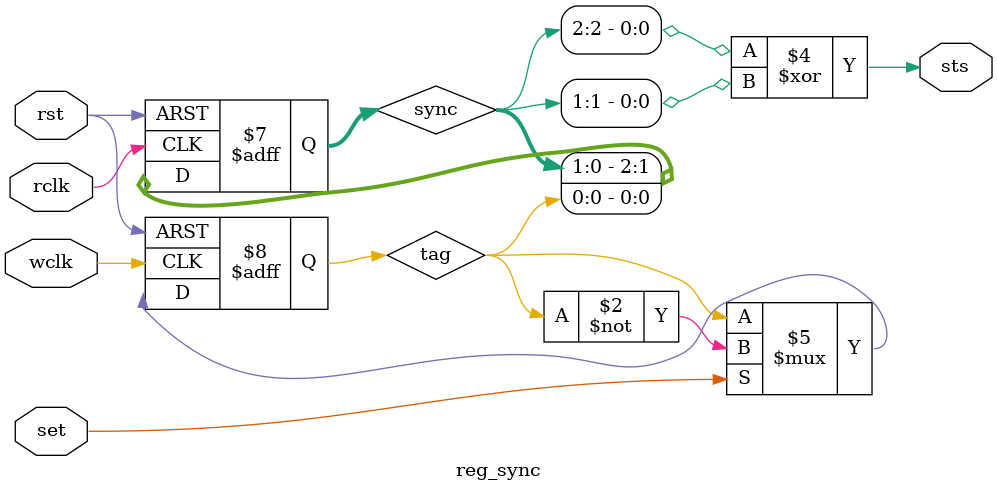
<source format=v>


// Change log:
// 
// 
// 

// Copyright (C) 2008,2009 Beijing Soul tech.
// -------------------------------------
// Naming Conventions:
// 	active low signals                 : "*_n"
// 	clock signals                      : "clk", "clk_div#", "clk_#x"
// 	reset signals                      : "rst", "rst_n"
// 	generics                           : "C_*"
// 	user defined types                 : "*_TYPE"
// 	state machine next state           : "*_ns"
// 	state machine current state        : "*_cs"
// 	combinatorial signals              : "*_com"
// 	pipelined or register delay signals: "*_d#"
// 	counter signals                    : "*cnt*"
// 	clock enable signals               : "*_ce"
// 	internal version of output port    : "*_i"
// 	device pins                        : "*_pin"
// 	ports                              : - Names begin with Uppercase
// Code:
module reg_sync (/*AUTOARG*/
   // Outputs
   sts,
   // Inputs
   wclk, set, rst, rclk
   );
   input wclk;
   input set;
   input rst;

   input rclk;
   output sts;

   reg 	  tag;
   reg [2:0] sync;
   always @(posedge wclk or posedge rst)
     begin
	if (rst)
	  begin
	     tag <= #1 1'b0;
	  end
	else if (set)
	  begin
	     tag <= #1 ~tag;
	  end
     end // always @ (posedge wclk)
   always @(posedge rclk or posedge rst)
     begin
	if (rst)
	  begin
	     sync <= #1 0;	     
	  end
	else
	  begin
	     sync <= #1 {sync[1:0], tag};
	  end
     end
   assign sts = sync[2] ^ sync[1];
   // synthesis attribute ASYNC_REG of tag  is TRUE;
   // synthesis attribute ASYNC_REG of sync is TRUE;
endmodule
// 
// reg_sync.v ends here

</source>
